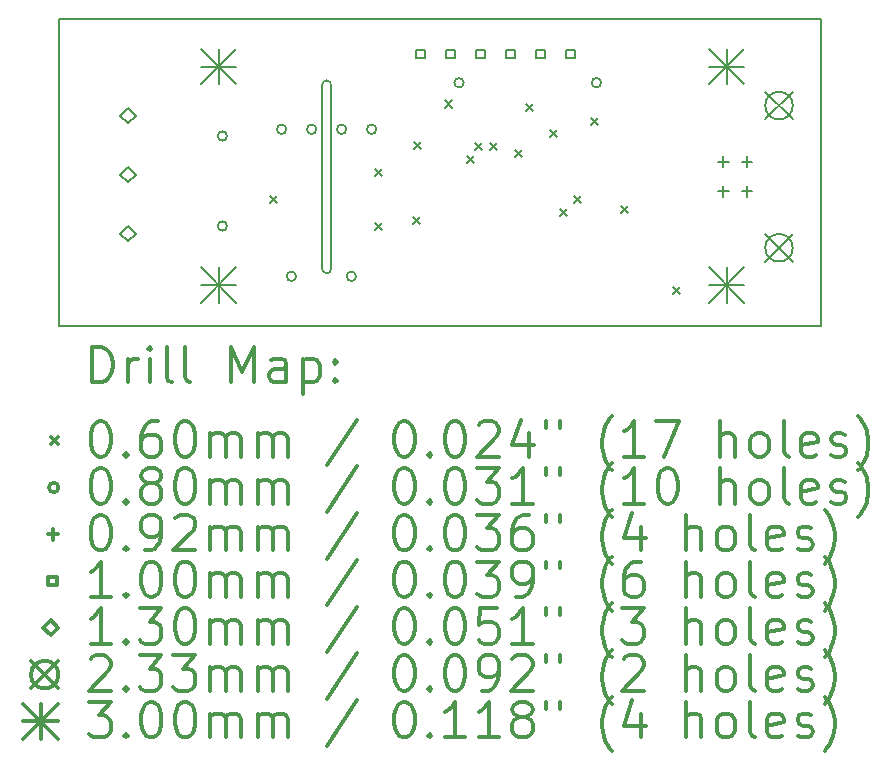
<source format=gbr>
%FSLAX45Y45*%
G04 Gerber Fmt 4.5, Leading zero omitted, Abs format (unit mm)*
G04 Created by KiCad (PCBNEW 5.1.4) date 2020-05-23 13:00:48*
%MOMM*%
%LPD*%
G04 APERTURE LIST*
%ADD10C,0.150000*%
%ADD11C,0.200000*%
%ADD12C,0.300000*%
G04 APERTURE END LIST*
D10*
X6100000Y-7550000D02*
X12550000Y-7550000D01*
X6100000Y-4950000D02*
X6100000Y-7550000D01*
X12550000Y-5000000D02*
X12550000Y-4950000D01*
X6100000Y-4950000D02*
X12550000Y-4950000D01*
X8324850Y-5505450D02*
G75*
G02X8401050Y-5505450I38100J0D01*
G01*
X8401050Y-7061200D02*
G75*
G02X8324850Y-7061200I-38100J0D01*
G01*
X8401050Y-5505450D02*
X8401050Y-7061200D01*
X8324850Y-5505450D02*
X8324850Y-7061200D01*
X12550000Y-7550000D02*
X12550000Y-5000000D01*
D11*
X7882100Y-6447000D02*
X7942100Y-6507000D01*
X7942100Y-6447000D02*
X7882100Y-6507000D01*
X8770000Y-6220000D02*
X8830000Y-6280000D01*
X8830000Y-6220000D02*
X8770000Y-6280000D01*
X8770000Y-6670000D02*
X8830000Y-6730000D01*
X8830000Y-6670000D02*
X8770000Y-6730000D01*
X9093680Y-6624800D02*
X9153680Y-6684800D01*
X9153680Y-6624800D02*
X9093680Y-6684800D01*
X9098760Y-5984720D02*
X9158760Y-6044720D01*
X9158760Y-5984720D02*
X9098760Y-6044720D01*
X9365811Y-5636389D02*
X9425811Y-5696389D01*
X9425811Y-5636389D02*
X9365811Y-5696389D01*
X9550880Y-6106640D02*
X9610880Y-6166640D01*
X9610880Y-6106640D02*
X9550880Y-6166640D01*
X9616920Y-5994880D02*
X9676920Y-6054880D01*
X9676920Y-5994880D02*
X9616920Y-6054880D01*
X9749000Y-5999960D02*
X9809000Y-6059960D01*
X9809000Y-5999960D02*
X9749000Y-6059960D01*
X9957280Y-6055840D02*
X10017280Y-6115840D01*
X10017280Y-6055840D02*
X9957280Y-6115840D01*
X10047864Y-5668904D02*
X10107864Y-5728904D01*
X10107864Y-5668904D02*
X10047864Y-5728904D01*
X10253771Y-5884971D02*
X10313771Y-5944971D01*
X10313771Y-5884971D02*
X10253771Y-5944971D01*
X10338280Y-6553680D02*
X10398280Y-6613680D01*
X10398280Y-6553680D02*
X10338280Y-6613680D01*
X10455120Y-6447000D02*
X10515120Y-6507000D01*
X10515120Y-6447000D02*
X10455120Y-6507000D01*
X10602440Y-5786600D02*
X10662440Y-5846600D01*
X10662440Y-5786600D02*
X10602440Y-5846600D01*
X10856440Y-6528280D02*
X10916440Y-6588280D01*
X10916440Y-6528280D02*
X10856440Y-6588280D01*
X11293320Y-7219160D02*
X11353320Y-7279160D01*
X11353320Y-7219160D02*
X11293320Y-7279160D01*
X9524360Y-5486400D02*
G75*
G03X9524360Y-5486400I-40000J0D01*
G01*
X10687680Y-5486400D02*
G75*
G03X10687680Y-5486400I-40000J0D01*
G01*
X7520300Y-5937250D02*
G75*
G03X7520300Y-5937250I-40000J0D01*
G01*
X7520300Y-6699250D02*
G75*
G03X7520300Y-6699250I-40000J0D01*
G01*
X8021950Y-5880100D02*
G75*
G03X8021950Y-5880100I-40000J0D01*
G01*
X8275950Y-5880100D02*
G75*
G03X8275950Y-5880100I-40000J0D01*
G01*
X8529950Y-5880100D02*
G75*
G03X8529950Y-5880100I-40000J0D01*
G01*
X8783950Y-5880100D02*
G75*
G03X8783950Y-5880100I-40000J0D01*
G01*
X8104500Y-7124700D02*
G75*
G03X8104500Y-7124700I-40000J0D01*
G01*
X8612500Y-7124700D02*
G75*
G03X8612500Y-7124700I-40000J0D01*
G01*
X11722100Y-6111150D02*
X11722100Y-6203150D01*
X11676100Y-6157150D02*
X11768100Y-6157150D01*
X11722100Y-6361150D02*
X11722100Y-6453150D01*
X11676100Y-6407150D02*
X11768100Y-6407150D01*
X11922100Y-6111150D02*
X11922100Y-6203150D01*
X11876100Y-6157150D02*
X11968100Y-6157150D01*
X11922100Y-6361150D02*
X11922100Y-6453150D01*
X11876100Y-6407150D02*
X11968100Y-6407150D01*
X9192056Y-5280456D02*
X9192056Y-5209744D01*
X9121344Y-5209744D01*
X9121344Y-5280456D01*
X9192056Y-5280456D01*
X9446056Y-5280456D02*
X9446056Y-5209744D01*
X9375344Y-5209744D01*
X9375344Y-5280456D01*
X9446056Y-5280456D01*
X9700056Y-5280456D02*
X9700056Y-5209744D01*
X9629344Y-5209744D01*
X9629344Y-5280456D01*
X9700056Y-5280456D01*
X9954056Y-5280456D02*
X9954056Y-5209744D01*
X9883344Y-5209744D01*
X9883344Y-5280456D01*
X9954056Y-5280456D01*
X10208056Y-5280456D02*
X10208056Y-5209744D01*
X10137344Y-5209744D01*
X10137344Y-5280456D01*
X10208056Y-5280456D01*
X10462056Y-5280456D02*
X10462056Y-5209744D01*
X10391344Y-5209744D01*
X10391344Y-5280456D01*
X10462056Y-5280456D01*
X6680200Y-5830800D02*
X6745200Y-5765800D01*
X6680200Y-5700800D01*
X6615200Y-5765800D01*
X6680200Y-5830800D01*
X6680200Y-6330800D02*
X6745200Y-6265800D01*
X6680200Y-6200800D01*
X6615200Y-6265800D01*
X6680200Y-6330800D01*
X6680200Y-6830800D02*
X6745200Y-6765800D01*
X6680200Y-6700800D01*
X6615200Y-6765800D01*
X6680200Y-6830800D01*
X12076600Y-5563650D02*
X12309600Y-5796650D01*
X12309600Y-5563650D02*
X12076600Y-5796650D01*
X12309600Y-5680150D02*
G75*
G03X12309600Y-5680150I-116500J0D01*
G01*
X12076600Y-6767650D02*
X12309600Y-7000650D01*
X12309600Y-6767650D02*
X12076600Y-7000650D01*
X12309600Y-6884150D02*
G75*
G03X12309600Y-6884150I-116500J0D01*
G01*
X7300000Y-5200000D02*
X7600000Y-5500000D01*
X7600000Y-5200000D02*
X7300000Y-5500000D01*
X7450000Y-5200000D02*
X7450000Y-5500000D01*
X7300000Y-5350000D02*
X7600000Y-5350000D01*
X11600000Y-5200000D02*
X11900000Y-5500000D01*
X11900000Y-5200000D02*
X11600000Y-5500000D01*
X11750000Y-5200000D02*
X11750000Y-5500000D01*
X11600000Y-5350000D02*
X11900000Y-5350000D01*
X11600000Y-7050000D02*
X11900000Y-7350000D01*
X11900000Y-7050000D02*
X11600000Y-7350000D01*
X11750000Y-7050000D02*
X11750000Y-7350000D01*
X11600000Y-7200000D02*
X11900000Y-7200000D01*
X7300000Y-7050000D02*
X7600000Y-7350000D01*
X7600000Y-7050000D02*
X7300000Y-7350000D01*
X7450000Y-7050000D02*
X7450000Y-7350000D01*
X7300000Y-7200000D02*
X7600000Y-7200000D01*
D12*
X6378928Y-8023214D02*
X6378928Y-7723214D01*
X6450357Y-7723214D01*
X6493214Y-7737500D01*
X6521786Y-7766071D01*
X6536071Y-7794643D01*
X6550357Y-7851786D01*
X6550357Y-7894643D01*
X6536071Y-7951786D01*
X6521786Y-7980357D01*
X6493214Y-8008929D01*
X6450357Y-8023214D01*
X6378928Y-8023214D01*
X6678928Y-8023214D02*
X6678928Y-7823214D01*
X6678928Y-7880357D02*
X6693214Y-7851786D01*
X6707500Y-7837500D01*
X6736071Y-7823214D01*
X6764643Y-7823214D01*
X6864643Y-8023214D02*
X6864643Y-7823214D01*
X6864643Y-7723214D02*
X6850357Y-7737500D01*
X6864643Y-7751786D01*
X6878928Y-7737500D01*
X6864643Y-7723214D01*
X6864643Y-7751786D01*
X7050357Y-8023214D02*
X7021786Y-8008929D01*
X7007500Y-7980357D01*
X7007500Y-7723214D01*
X7207500Y-8023214D02*
X7178928Y-8008929D01*
X7164643Y-7980357D01*
X7164643Y-7723214D01*
X7550357Y-8023214D02*
X7550357Y-7723214D01*
X7650357Y-7937500D01*
X7750357Y-7723214D01*
X7750357Y-8023214D01*
X8021786Y-8023214D02*
X8021786Y-7866071D01*
X8007500Y-7837500D01*
X7978928Y-7823214D01*
X7921786Y-7823214D01*
X7893214Y-7837500D01*
X8021786Y-8008929D02*
X7993214Y-8023214D01*
X7921786Y-8023214D01*
X7893214Y-8008929D01*
X7878928Y-7980357D01*
X7878928Y-7951786D01*
X7893214Y-7923214D01*
X7921786Y-7908929D01*
X7993214Y-7908929D01*
X8021786Y-7894643D01*
X8164643Y-7823214D02*
X8164643Y-8123214D01*
X8164643Y-7837500D02*
X8193214Y-7823214D01*
X8250357Y-7823214D01*
X8278928Y-7837500D01*
X8293214Y-7851786D01*
X8307500Y-7880357D01*
X8307500Y-7966071D01*
X8293214Y-7994643D01*
X8278928Y-8008929D01*
X8250357Y-8023214D01*
X8193214Y-8023214D01*
X8164643Y-8008929D01*
X8436071Y-7994643D02*
X8450357Y-8008929D01*
X8436071Y-8023214D01*
X8421786Y-8008929D01*
X8436071Y-7994643D01*
X8436071Y-8023214D01*
X8436071Y-7837500D02*
X8450357Y-7851786D01*
X8436071Y-7866071D01*
X8421786Y-7851786D01*
X8436071Y-7837500D01*
X8436071Y-7866071D01*
X6032500Y-8487500D02*
X6092500Y-8547500D01*
X6092500Y-8487500D02*
X6032500Y-8547500D01*
X6436071Y-8353214D02*
X6464643Y-8353214D01*
X6493214Y-8367500D01*
X6507500Y-8381786D01*
X6521786Y-8410357D01*
X6536071Y-8467500D01*
X6536071Y-8538929D01*
X6521786Y-8596072D01*
X6507500Y-8624643D01*
X6493214Y-8638929D01*
X6464643Y-8653214D01*
X6436071Y-8653214D01*
X6407500Y-8638929D01*
X6393214Y-8624643D01*
X6378928Y-8596072D01*
X6364643Y-8538929D01*
X6364643Y-8467500D01*
X6378928Y-8410357D01*
X6393214Y-8381786D01*
X6407500Y-8367500D01*
X6436071Y-8353214D01*
X6664643Y-8624643D02*
X6678928Y-8638929D01*
X6664643Y-8653214D01*
X6650357Y-8638929D01*
X6664643Y-8624643D01*
X6664643Y-8653214D01*
X6936071Y-8353214D02*
X6878928Y-8353214D01*
X6850357Y-8367500D01*
X6836071Y-8381786D01*
X6807500Y-8424643D01*
X6793214Y-8481786D01*
X6793214Y-8596072D01*
X6807500Y-8624643D01*
X6821786Y-8638929D01*
X6850357Y-8653214D01*
X6907500Y-8653214D01*
X6936071Y-8638929D01*
X6950357Y-8624643D01*
X6964643Y-8596072D01*
X6964643Y-8524643D01*
X6950357Y-8496072D01*
X6936071Y-8481786D01*
X6907500Y-8467500D01*
X6850357Y-8467500D01*
X6821786Y-8481786D01*
X6807500Y-8496072D01*
X6793214Y-8524643D01*
X7150357Y-8353214D02*
X7178928Y-8353214D01*
X7207500Y-8367500D01*
X7221786Y-8381786D01*
X7236071Y-8410357D01*
X7250357Y-8467500D01*
X7250357Y-8538929D01*
X7236071Y-8596072D01*
X7221786Y-8624643D01*
X7207500Y-8638929D01*
X7178928Y-8653214D01*
X7150357Y-8653214D01*
X7121786Y-8638929D01*
X7107500Y-8624643D01*
X7093214Y-8596072D01*
X7078928Y-8538929D01*
X7078928Y-8467500D01*
X7093214Y-8410357D01*
X7107500Y-8381786D01*
X7121786Y-8367500D01*
X7150357Y-8353214D01*
X7378928Y-8653214D02*
X7378928Y-8453214D01*
X7378928Y-8481786D02*
X7393214Y-8467500D01*
X7421786Y-8453214D01*
X7464643Y-8453214D01*
X7493214Y-8467500D01*
X7507500Y-8496072D01*
X7507500Y-8653214D01*
X7507500Y-8496072D02*
X7521786Y-8467500D01*
X7550357Y-8453214D01*
X7593214Y-8453214D01*
X7621786Y-8467500D01*
X7636071Y-8496072D01*
X7636071Y-8653214D01*
X7778928Y-8653214D02*
X7778928Y-8453214D01*
X7778928Y-8481786D02*
X7793214Y-8467500D01*
X7821786Y-8453214D01*
X7864643Y-8453214D01*
X7893214Y-8467500D01*
X7907500Y-8496072D01*
X7907500Y-8653214D01*
X7907500Y-8496072D02*
X7921786Y-8467500D01*
X7950357Y-8453214D01*
X7993214Y-8453214D01*
X8021786Y-8467500D01*
X8036071Y-8496072D01*
X8036071Y-8653214D01*
X8621786Y-8338929D02*
X8364643Y-8724643D01*
X9007500Y-8353214D02*
X9036071Y-8353214D01*
X9064643Y-8367500D01*
X9078928Y-8381786D01*
X9093214Y-8410357D01*
X9107500Y-8467500D01*
X9107500Y-8538929D01*
X9093214Y-8596072D01*
X9078928Y-8624643D01*
X9064643Y-8638929D01*
X9036071Y-8653214D01*
X9007500Y-8653214D01*
X8978928Y-8638929D01*
X8964643Y-8624643D01*
X8950357Y-8596072D01*
X8936071Y-8538929D01*
X8936071Y-8467500D01*
X8950357Y-8410357D01*
X8964643Y-8381786D01*
X8978928Y-8367500D01*
X9007500Y-8353214D01*
X9236071Y-8624643D02*
X9250357Y-8638929D01*
X9236071Y-8653214D01*
X9221786Y-8638929D01*
X9236071Y-8624643D01*
X9236071Y-8653214D01*
X9436071Y-8353214D02*
X9464643Y-8353214D01*
X9493214Y-8367500D01*
X9507500Y-8381786D01*
X9521786Y-8410357D01*
X9536071Y-8467500D01*
X9536071Y-8538929D01*
X9521786Y-8596072D01*
X9507500Y-8624643D01*
X9493214Y-8638929D01*
X9464643Y-8653214D01*
X9436071Y-8653214D01*
X9407500Y-8638929D01*
X9393214Y-8624643D01*
X9378928Y-8596072D01*
X9364643Y-8538929D01*
X9364643Y-8467500D01*
X9378928Y-8410357D01*
X9393214Y-8381786D01*
X9407500Y-8367500D01*
X9436071Y-8353214D01*
X9650357Y-8381786D02*
X9664643Y-8367500D01*
X9693214Y-8353214D01*
X9764643Y-8353214D01*
X9793214Y-8367500D01*
X9807500Y-8381786D01*
X9821786Y-8410357D01*
X9821786Y-8438929D01*
X9807500Y-8481786D01*
X9636071Y-8653214D01*
X9821786Y-8653214D01*
X10078928Y-8453214D02*
X10078928Y-8653214D01*
X10007500Y-8338929D02*
X9936071Y-8553214D01*
X10121786Y-8553214D01*
X10221786Y-8353214D02*
X10221786Y-8410357D01*
X10336071Y-8353214D02*
X10336071Y-8410357D01*
X10778928Y-8767500D02*
X10764643Y-8753214D01*
X10736071Y-8710357D01*
X10721786Y-8681786D01*
X10707500Y-8638929D01*
X10693214Y-8567500D01*
X10693214Y-8510357D01*
X10707500Y-8438929D01*
X10721786Y-8396072D01*
X10736071Y-8367500D01*
X10764643Y-8324643D01*
X10778928Y-8310357D01*
X11050357Y-8653214D02*
X10878928Y-8653214D01*
X10964643Y-8653214D02*
X10964643Y-8353214D01*
X10936071Y-8396072D01*
X10907500Y-8424643D01*
X10878928Y-8438929D01*
X11150357Y-8353214D02*
X11350357Y-8353214D01*
X11221786Y-8653214D01*
X11693214Y-8653214D02*
X11693214Y-8353214D01*
X11821786Y-8653214D02*
X11821786Y-8496072D01*
X11807500Y-8467500D01*
X11778928Y-8453214D01*
X11736071Y-8453214D01*
X11707500Y-8467500D01*
X11693214Y-8481786D01*
X12007500Y-8653214D02*
X11978928Y-8638929D01*
X11964643Y-8624643D01*
X11950357Y-8596072D01*
X11950357Y-8510357D01*
X11964643Y-8481786D01*
X11978928Y-8467500D01*
X12007500Y-8453214D01*
X12050357Y-8453214D01*
X12078928Y-8467500D01*
X12093214Y-8481786D01*
X12107500Y-8510357D01*
X12107500Y-8596072D01*
X12093214Y-8624643D01*
X12078928Y-8638929D01*
X12050357Y-8653214D01*
X12007500Y-8653214D01*
X12278928Y-8653214D02*
X12250357Y-8638929D01*
X12236071Y-8610357D01*
X12236071Y-8353214D01*
X12507500Y-8638929D02*
X12478928Y-8653214D01*
X12421786Y-8653214D01*
X12393214Y-8638929D01*
X12378928Y-8610357D01*
X12378928Y-8496072D01*
X12393214Y-8467500D01*
X12421786Y-8453214D01*
X12478928Y-8453214D01*
X12507500Y-8467500D01*
X12521786Y-8496072D01*
X12521786Y-8524643D01*
X12378928Y-8553214D01*
X12636071Y-8638929D02*
X12664643Y-8653214D01*
X12721786Y-8653214D01*
X12750357Y-8638929D01*
X12764643Y-8610357D01*
X12764643Y-8596072D01*
X12750357Y-8567500D01*
X12721786Y-8553214D01*
X12678928Y-8553214D01*
X12650357Y-8538929D01*
X12636071Y-8510357D01*
X12636071Y-8496072D01*
X12650357Y-8467500D01*
X12678928Y-8453214D01*
X12721786Y-8453214D01*
X12750357Y-8467500D01*
X12864643Y-8767500D02*
X12878928Y-8753214D01*
X12907500Y-8710357D01*
X12921786Y-8681786D01*
X12936071Y-8638929D01*
X12950357Y-8567500D01*
X12950357Y-8510357D01*
X12936071Y-8438929D01*
X12921786Y-8396072D01*
X12907500Y-8367500D01*
X12878928Y-8324643D01*
X12864643Y-8310357D01*
X6092500Y-8913500D02*
G75*
G03X6092500Y-8913500I-40000J0D01*
G01*
X6436071Y-8749214D02*
X6464643Y-8749214D01*
X6493214Y-8763500D01*
X6507500Y-8777786D01*
X6521786Y-8806357D01*
X6536071Y-8863500D01*
X6536071Y-8934929D01*
X6521786Y-8992072D01*
X6507500Y-9020643D01*
X6493214Y-9034929D01*
X6464643Y-9049214D01*
X6436071Y-9049214D01*
X6407500Y-9034929D01*
X6393214Y-9020643D01*
X6378928Y-8992072D01*
X6364643Y-8934929D01*
X6364643Y-8863500D01*
X6378928Y-8806357D01*
X6393214Y-8777786D01*
X6407500Y-8763500D01*
X6436071Y-8749214D01*
X6664643Y-9020643D02*
X6678928Y-9034929D01*
X6664643Y-9049214D01*
X6650357Y-9034929D01*
X6664643Y-9020643D01*
X6664643Y-9049214D01*
X6850357Y-8877786D02*
X6821786Y-8863500D01*
X6807500Y-8849214D01*
X6793214Y-8820643D01*
X6793214Y-8806357D01*
X6807500Y-8777786D01*
X6821786Y-8763500D01*
X6850357Y-8749214D01*
X6907500Y-8749214D01*
X6936071Y-8763500D01*
X6950357Y-8777786D01*
X6964643Y-8806357D01*
X6964643Y-8820643D01*
X6950357Y-8849214D01*
X6936071Y-8863500D01*
X6907500Y-8877786D01*
X6850357Y-8877786D01*
X6821786Y-8892072D01*
X6807500Y-8906357D01*
X6793214Y-8934929D01*
X6793214Y-8992072D01*
X6807500Y-9020643D01*
X6821786Y-9034929D01*
X6850357Y-9049214D01*
X6907500Y-9049214D01*
X6936071Y-9034929D01*
X6950357Y-9020643D01*
X6964643Y-8992072D01*
X6964643Y-8934929D01*
X6950357Y-8906357D01*
X6936071Y-8892072D01*
X6907500Y-8877786D01*
X7150357Y-8749214D02*
X7178928Y-8749214D01*
X7207500Y-8763500D01*
X7221786Y-8777786D01*
X7236071Y-8806357D01*
X7250357Y-8863500D01*
X7250357Y-8934929D01*
X7236071Y-8992072D01*
X7221786Y-9020643D01*
X7207500Y-9034929D01*
X7178928Y-9049214D01*
X7150357Y-9049214D01*
X7121786Y-9034929D01*
X7107500Y-9020643D01*
X7093214Y-8992072D01*
X7078928Y-8934929D01*
X7078928Y-8863500D01*
X7093214Y-8806357D01*
X7107500Y-8777786D01*
X7121786Y-8763500D01*
X7150357Y-8749214D01*
X7378928Y-9049214D02*
X7378928Y-8849214D01*
X7378928Y-8877786D02*
X7393214Y-8863500D01*
X7421786Y-8849214D01*
X7464643Y-8849214D01*
X7493214Y-8863500D01*
X7507500Y-8892072D01*
X7507500Y-9049214D01*
X7507500Y-8892072D02*
X7521786Y-8863500D01*
X7550357Y-8849214D01*
X7593214Y-8849214D01*
X7621786Y-8863500D01*
X7636071Y-8892072D01*
X7636071Y-9049214D01*
X7778928Y-9049214D02*
X7778928Y-8849214D01*
X7778928Y-8877786D02*
X7793214Y-8863500D01*
X7821786Y-8849214D01*
X7864643Y-8849214D01*
X7893214Y-8863500D01*
X7907500Y-8892072D01*
X7907500Y-9049214D01*
X7907500Y-8892072D02*
X7921786Y-8863500D01*
X7950357Y-8849214D01*
X7993214Y-8849214D01*
X8021786Y-8863500D01*
X8036071Y-8892072D01*
X8036071Y-9049214D01*
X8621786Y-8734929D02*
X8364643Y-9120643D01*
X9007500Y-8749214D02*
X9036071Y-8749214D01*
X9064643Y-8763500D01*
X9078928Y-8777786D01*
X9093214Y-8806357D01*
X9107500Y-8863500D01*
X9107500Y-8934929D01*
X9093214Y-8992072D01*
X9078928Y-9020643D01*
X9064643Y-9034929D01*
X9036071Y-9049214D01*
X9007500Y-9049214D01*
X8978928Y-9034929D01*
X8964643Y-9020643D01*
X8950357Y-8992072D01*
X8936071Y-8934929D01*
X8936071Y-8863500D01*
X8950357Y-8806357D01*
X8964643Y-8777786D01*
X8978928Y-8763500D01*
X9007500Y-8749214D01*
X9236071Y-9020643D02*
X9250357Y-9034929D01*
X9236071Y-9049214D01*
X9221786Y-9034929D01*
X9236071Y-9020643D01*
X9236071Y-9049214D01*
X9436071Y-8749214D02*
X9464643Y-8749214D01*
X9493214Y-8763500D01*
X9507500Y-8777786D01*
X9521786Y-8806357D01*
X9536071Y-8863500D01*
X9536071Y-8934929D01*
X9521786Y-8992072D01*
X9507500Y-9020643D01*
X9493214Y-9034929D01*
X9464643Y-9049214D01*
X9436071Y-9049214D01*
X9407500Y-9034929D01*
X9393214Y-9020643D01*
X9378928Y-8992072D01*
X9364643Y-8934929D01*
X9364643Y-8863500D01*
X9378928Y-8806357D01*
X9393214Y-8777786D01*
X9407500Y-8763500D01*
X9436071Y-8749214D01*
X9636071Y-8749214D02*
X9821786Y-8749214D01*
X9721786Y-8863500D01*
X9764643Y-8863500D01*
X9793214Y-8877786D01*
X9807500Y-8892072D01*
X9821786Y-8920643D01*
X9821786Y-8992072D01*
X9807500Y-9020643D01*
X9793214Y-9034929D01*
X9764643Y-9049214D01*
X9678928Y-9049214D01*
X9650357Y-9034929D01*
X9636071Y-9020643D01*
X10107500Y-9049214D02*
X9936071Y-9049214D01*
X10021786Y-9049214D02*
X10021786Y-8749214D01*
X9993214Y-8792072D01*
X9964643Y-8820643D01*
X9936071Y-8834929D01*
X10221786Y-8749214D02*
X10221786Y-8806357D01*
X10336071Y-8749214D02*
X10336071Y-8806357D01*
X10778928Y-9163500D02*
X10764643Y-9149214D01*
X10736071Y-9106357D01*
X10721786Y-9077786D01*
X10707500Y-9034929D01*
X10693214Y-8963500D01*
X10693214Y-8906357D01*
X10707500Y-8834929D01*
X10721786Y-8792072D01*
X10736071Y-8763500D01*
X10764643Y-8720643D01*
X10778928Y-8706357D01*
X11050357Y-9049214D02*
X10878928Y-9049214D01*
X10964643Y-9049214D02*
X10964643Y-8749214D01*
X10936071Y-8792072D01*
X10907500Y-8820643D01*
X10878928Y-8834929D01*
X11236071Y-8749214D02*
X11264643Y-8749214D01*
X11293214Y-8763500D01*
X11307500Y-8777786D01*
X11321786Y-8806357D01*
X11336071Y-8863500D01*
X11336071Y-8934929D01*
X11321786Y-8992072D01*
X11307500Y-9020643D01*
X11293214Y-9034929D01*
X11264643Y-9049214D01*
X11236071Y-9049214D01*
X11207500Y-9034929D01*
X11193214Y-9020643D01*
X11178928Y-8992072D01*
X11164643Y-8934929D01*
X11164643Y-8863500D01*
X11178928Y-8806357D01*
X11193214Y-8777786D01*
X11207500Y-8763500D01*
X11236071Y-8749214D01*
X11693214Y-9049214D02*
X11693214Y-8749214D01*
X11821786Y-9049214D02*
X11821786Y-8892072D01*
X11807500Y-8863500D01*
X11778928Y-8849214D01*
X11736071Y-8849214D01*
X11707500Y-8863500D01*
X11693214Y-8877786D01*
X12007500Y-9049214D02*
X11978928Y-9034929D01*
X11964643Y-9020643D01*
X11950357Y-8992072D01*
X11950357Y-8906357D01*
X11964643Y-8877786D01*
X11978928Y-8863500D01*
X12007500Y-8849214D01*
X12050357Y-8849214D01*
X12078928Y-8863500D01*
X12093214Y-8877786D01*
X12107500Y-8906357D01*
X12107500Y-8992072D01*
X12093214Y-9020643D01*
X12078928Y-9034929D01*
X12050357Y-9049214D01*
X12007500Y-9049214D01*
X12278928Y-9049214D02*
X12250357Y-9034929D01*
X12236071Y-9006357D01*
X12236071Y-8749214D01*
X12507500Y-9034929D02*
X12478928Y-9049214D01*
X12421786Y-9049214D01*
X12393214Y-9034929D01*
X12378928Y-9006357D01*
X12378928Y-8892072D01*
X12393214Y-8863500D01*
X12421786Y-8849214D01*
X12478928Y-8849214D01*
X12507500Y-8863500D01*
X12521786Y-8892072D01*
X12521786Y-8920643D01*
X12378928Y-8949214D01*
X12636071Y-9034929D02*
X12664643Y-9049214D01*
X12721786Y-9049214D01*
X12750357Y-9034929D01*
X12764643Y-9006357D01*
X12764643Y-8992072D01*
X12750357Y-8963500D01*
X12721786Y-8949214D01*
X12678928Y-8949214D01*
X12650357Y-8934929D01*
X12636071Y-8906357D01*
X12636071Y-8892072D01*
X12650357Y-8863500D01*
X12678928Y-8849214D01*
X12721786Y-8849214D01*
X12750357Y-8863500D01*
X12864643Y-9163500D02*
X12878928Y-9149214D01*
X12907500Y-9106357D01*
X12921786Y-9077786D01*
X12936071Y-9034929D01*
X12950357Y-8963500D01*
X12950357Y-8906357D01*
X12936071Y-8834929D01*
X12921786Y-8792072D01*
X12907500Y-8763500D01*
X12878928Y-8720643D01*
X12864643Y-8706357D01*
X6046500Y-9263500D02*
X6046500Y-9355500D01*
X6000500Y-9309500D02*
X6092500Y-9309500D01*
X6436071Y-9145214D02*
X6464643Y-9145214D01*
X6493214Y-9159500D01*
X6507500Y-9173786D01*
X6521786Y-9202357D01*
X6536071Y-9259500D01*
X6536071Y-9330929D01*
X6521786Y-9388072D01*
X6507500Y-9416643D01*
X6493214Y-9430929D01*
X6464643Y-9445214D01*
X6436071Y-9445214D01*
X6407500Y-9430929D01*
X6393214Y-9416643D01*
X6378928Y-9388072D01*
X6364643Y-9330929D01*
X6364643Y-9259500D01*
X6378928Y-9202357D01*
X6393214Y-9173786D01*
X6407500Y-9159500D01*
X6436071Y-9145214D01*
X6664643Y-9416643D02*
X6678928Y-9430929D01*
X6664643Y-9445214D01*
X6650357Y-9430929D01*
X6664643Y-9416643D01*
X6664643Y-9445214D01*
X6821786Y-9445214D02*
X6878928Y-9445214D01*
X6907500Y-9430929D01*
X6921786Y-9416643D01*
X6950357Y-9373786D01*
X6964643Y-9316643D01*
X6964643Y-9202357D01*
X6950357Y-9173786D01*
X6936071Y-9159500D01*
X6907500Y-9145214D01*
X6850357Y-9145214D01*
X6821786Y-9159500D01*
X6807500Y-9173786D01*
X6793214Y-9202357D01*
X6793214Y-9273786D01*
X6807500Y-9302357D01*
X6821786Y-9316643D01*
X6850357Y-9330929D01*
X6907500Y-9330929D01*
X6936071Y-9316643D01*
X6950357Y-9302357D01*
X6964643Y-9273786D01*
X7078928Y-9173786D02*
X7093214Y-9159500D01*
X7121786Y-9145214D01*
X7193214Y-9145214D01*
X7221786Y-9159500D01*
X7236071Y-9173786D01*
X7250357Y-9202357D01*
X7250357Y-9230929D01*
X7236071Y-9273786D01*
X7064643Y-9445214D01*
X7250357Y-9445214D01*
X7378928Y-9445214D02*
X7378928Y-9245214D01*
X7378928Y-9273786D02*
X7393214Y-9259500D01*
X7421786Y-9245214D01*
X7464643Y-9245214D01*
X7493214Y-9259500D01*
X7507500Y-9288072D01*
X7507500Y-9445214D01*
X7507500Y-9288072D02*
X7521786Y-9259500D01*
X7550357Y-9245214D01*
X7593214Y-9245214D01*
X7621786Y-9259500D01*
X7636071Y-9288072D01*
X7636071Y-9445214D01*
X7778928Y-9445214D02*
X7778928Y-9245214D01*
X7778928Y-9273786D02*
X7793214Y-9259500D01*
X7821786Y-9245214D01*
X7864643Y-9245214D01*
X7893214Y-9259500D01*
X7907500Y-9288072D01*
X7907500Y-9445214D01*
X7907500Y-9288072D02*
X7921786Y-9259500D01*
X7950357Y-9245214D01*
X7993214Y-9245214D01*
X8021786Y-9259500D01*
X8036071Y-9288072D01*
X8036071Y-9445214D01*
X8621786Y-9130929D02*
X8364643Y-9516643D01*
X9007500Y-9145214D02*
X9036071Y-9145214D01*
X9064643Y-9159500D01*
X9078928Y-9173786D01*
X9093214Y-9202357D01*
X9107500Y-9259500D01*
X9107500Y-9330929D01*
X9093214Y-9388072D01*
X9078928Y-9416643D01*
X9064643Y-9430929D01*
X9036071Y-9445214D01*
X9007500Y-9445214D01*
X8978928Y-9430929D01*
X8964643Y-9416643D01*
X8950357Y-9388072D01*
X8936071Y-9330929D01*
X8936071Y-9259500D01*
X8950357Y-9202357D01*
X8964643Y-9173786D01*
X8978928Y-9159500D01*
X9007500Y-9145214D01*
X9236071Y-9416643D02*
X9250357Y-9430929D01*
X9236071Y-9445214D01*
X9221786Y-9430929D01*
X9236071Y-9416643D01*
X9236071Y-9445214D01*
X9436071Y-9145214D02*
X9464643Y-9145214D01*
X9493214Y-9159500D01*
X9507500Y-9173786D01*
X9521786Y-9202357D01*
X9536071Y-9259500D01*
X9536071Y-9330929D01*
X9521786Y-9388072D01*
X9507500Y-9416643D01*
X9493214Y-9430929D01*
X9464643Y-9445214D01*
X9436071Y-9445214D01*
X9407500Y-9430929D01*
X9393214Y-9416643D01*
X9378928Y-9388072D01*
X9364643Y-9330929D01*
X9364643Y-9259500D01*
X9378928Y-9202357D01*
X9393214Y-9173786D01*
X9407500Y-9159500D01*
X9436071Y-9145214D01*
X9636071Y-9145214D02*
X9821786Y-9145214D01*
X9721786Y-9259500D01*
X9764643Y-9259500D01*
X9793214Y-9273786D01*
X9807500Y-9288072D01*
X9821786Y-9316643D01*
X9821786Y-9388072D01*
X9807500Y-9416643D01*
X9793214Y-9430929D01*
X9764643Y-9445214D01*
X9678928Y-9445214D01*
X9650357Y-9430929D01*
X9636071Y-9416643D01*
X10078928Y-9145214D02*
X10021786Y-9145214D01*
X9993214Y-9159500D01*
X9978928Y-9173786D01*
X9950357Y-9216643D01*
X9936071Y-9273786D01*
X9936071Y-9388072D01*
X9950357Y-9416643D01*
X9964643Y-9430929D01*
X9993214Y-9445214D01*
X10050357Y-9445214D01*
X10078928Y-9430929D01*
X10093214Y-9416643D01*
X10107500Y-9388072D01*
X10107500Y-9316643D01*
X10093214Y-9288072D01*
X10078928Y-9273786D01*
X10050357Y-9259500D01*
X9993214Y-9259500D01*
X9964643Y-9273786D01*
X9950357Y-9288072D01*
X9936071Y-9316643D01*
X10221786Y-9145214D02*
X10221786Y-9202357D01*
X10336071Y-9145214D02*
X10336071Y-9202357D01*
X10778928Y-9559500D02*
X10764643Y-9545214D01*
X10736071Y-9502357D01*
X10721786Y-9473786D01*
X10707500Y-9430929D01*
X10693214Y-9359500D01*
X10693214Y-9302357D01*
X10707500Y-9230929D01*
X10721786Y-9188072D01*
X10736071Y-9159500D01*
X10764643Y-9116643D01*
X10778928Y-9102357D01*
X11021786Y-9245214D02*
X11021786Y-9445214D01*
X10950357Y-9130929D02*
X10878928Y-9345214D01*
X11064643Y-9345214D01*
X11407500Y-9445214D02*
X11407500Y-9145214D01*
X11536071Y-9445214D02*
X11536071Y-9288072D01*
X11521786Y-9259500D01*
X11493214Y-9245214D01*
X11450357Y-9245214D01*
X11421786Y-9259500D01*
X11407500Y-9273786D01*
X11721786Y-9445214D02*
X11693214Y-9430929D01*
X11678928Y-9416643D01*
X11664643Y-9388072D01*
X11664643Y-9302357D01*
X11678928Y-9273786D01*
X11693214Y-9259500D01*
X11721786Y-9245214D01*
X11764643Y-9245214D01*
X11793214Y-9259500D01*
X11807500Y-9273786D01*
X11821786Y-9302357D01*
X11821786Y-9388072D01*
X11807500Y-9416643D01*
X11793214Y-9430929D01*
X11764643Y-9445214D01*
X11721786Y-9445214D01*
X11993214Y-9445214D02*
X11964643Y-9430929D01*
X11950357Y-9402357D01*
X11950357Y-9145214D01*
X12221786Y-9430929D02*
X12193214Y-9445214D01*
X12136071Y-9445214D01*
X12107500Y-9430929D01*
X12093214Y-9402357D01*
X12093214Y-9288072D01*
X12107500Y-9259500D01*
X12136071Y-9245214D01*
X12193214Y-9245214D01*
X12221786Y-9259500D01*
X12236071Y-9288072D01*
X12236071Y-9316643D01*
X12093214Y-9345214D01*
X12350357Y-9430929D02*
X12378928Y-9445214D01*
X12436071Y-9445214D01*
X12464643Y-9430929D01*
X12478928Y-9402357D01*
X12478928Y-9388072D01*
X12464643Y-9359500D01*
X12436071Y-9345214D01*
X12393214Y-9345214D01*
X12364643Y-9330929D01*
X12350357Y-9302357D01*
X12350357Y-9288072D01*
X12364643Y-9259500D01*
X12393214Y-9245214D01*
X12436071Y-9245214D01*
X12464643Y-9259500D01*
X12578928Y-9559500D02*
X12593214Y-9545214D01*
X12621786Y-9502357D01*
X12636071Y-9473786D01*
X12650357Y-9430929D01*
X12664643Y-9359500D01*
X12664643Y-9302357D01*
X12650357Y-9230929D01*
X12636071Y-9188072D01*
X12621786Y-9159500D01*
X12593214Y-9116643D01*
X12578928Y-9102357D01*
X6077856Y-9740856D02*
X6077856Y-9670144D01*
X6007144Y-9670144D01*
X6007144Y-9740856D01*
X6077856Y-9740856D01*
X6536071Y-9841214D02*
X6364643Y-9841214D01*
X6450357Y-9841214D02*
X6450357Y-9541214D01*
X6421786Y-9584072D01*
X6393214Y-9612643D01*
X6364643Y-9626929D01*
X6664643Y-9812643D02*
X6678928Y-9826929D01*
X6664643Y-9841214D01*
X6650357Y-9826929D01*
X6664643Y-9812643D01*
X6664643Y-9841214D01*
X6864643Y-9541214D02*
X6893214Y-9541214D01*
X6921786Y-9555500D01*
X6936071Y-9569786D01*
X6950357Y-9598357D01*
X6964643Y-9655500D01*
X6964643Y-9726929D01*
X6950357Y-9784072D01*
X6936071Y-9812643D01*
X6921786Y-9826929D01*
X6893214Y-9841214D01*
X6864643Y-9841214D01*
X6836071Y-9826929D01*
X6821786Y-9812643D01*
X6807500Y-9784072D01*
X6793214Y-9726929D01*
X6793214Y-9655500D01*
X6807500Y-9598357D01*
X6821786Y-9569786D01*
X6836071Y-9555500D01*
X6864643Y-9541214D01*
X7150357Y-9541214D02*
X7178928Y-9541214D01*
X7207500Y-9555500D01*
X7221786Y-9569786D01*
X7236071Y-9598357D01*
X7250357Y-9655500D01*
X7250357Y-9726929D01*
X7236071Y-9784072D01*
X7221786Y-9812643D01*
X7207500Y-9826929D01*
X7178928Y-9841214D01*
X7150357Y-9841214D01*
X7121786Y-9826929D01*
X7107500Y-9812643D01*
X7093214Y-9784072D01*
X7078928Y-9726929D01*
X7078928Y-9655500D01*
X7093214Y-9598357D01*
X7107500Y-9569786D01*
X7121786Y-9555500D01*
X7150357Y-9541214D01*
X7378928Y-9841214D02*
X7378928Y-9641214D01*
X7378928Y-9669786D02*
X7393214Y-9655500D01*
X7421786Y-9641214D01*
X7464643Y-9641214D01*
X7493214Y-9655500D01*
X7507500Y-9684072D01*
X7507500Y-9841214D01*
X7507500Y-9684072D02*
X7521786Y-9655500D01*
X7550357Y-9641214D01*
X7593214Y-9641214D01*
X7621786Y-9655500D01*
X7636071Y-9684072D01*
X7636071Y-9841214D01*
X7778928Y-9841214D02*
X7778928Y-9641214D01*
X7778928Y-9669786D02*
X7793214Y-9655500D01*
X7821786Y-9641214D01*
X7864643Y-9641214D01*
X7893214Y-9655500D01*
X7907500Y-9684072D01*
X7907500Y-9841214D01*
X7907500Y-9684072D02*
X7921786Y-9655500D01*
X7950357Y-9641214D01*
X7993214Y-9641214D01*
X8021786Y-9655500D01*
X8036071Y-9684072D01*
X8036071Y-9841214D01*
X8621786Y-9526929D02*
X8364643Y-9912643D01*
X9007500Y-9541214D02*
X9036071Y-9541214D01*
X9064643Y-9555500D01*
X9078928Y-9569786D01*
X9093214Y-9598357D01*
X9107500Y-9655500D01*
X9107500Y-9726929D01*
X9093214Y-9784072D01*
X9078928Y-9812643D01*
X9064643Y-9826929D01*
X9036071Y-9841214D01*
X9007500Y-9841214D01*
X8978928Y-9826929D01*
X8964643Y-9812643D01*
X8950357Y-9784072D01*
X8936071Y-9726929D01*
X8936071Y-9655500D01*
X8950357Y-9598357D01*
X8964643Y-9569786D01*
X8978928Y-9555500D01*
X9007500Y-9541214D01*
X9236071Y-9812643D02*
X9250357Y-9826929D01*
X9236071Y-9841214D01*
X9221786Y-9826929D01*
X9236071Y-9812643D01*
X9236071Y-9841214D01*
X9436071Y-9541214D02*
X9464643Y-9541214D01*
X9493214Y-9555500D01*
X9507500Y-9569786D01*
X9521786Y-9598357D01*
X9536071Y-9655500D01*
X9536071Y-9726929D01*
X9521786Y-9784072D01*
X9507500Y-9812643D01*
X9493214Y-9826929D01*
X9464643Y-9841214D01*
X9436071Y-9841214D01*
X9407500Y-9826929D01*
X9393214Y-9812643D01*
X9378928Y-9784072D01*
X9364643Y-9726929D01*
X9364643Y-9655500D01*
X9378928Y-9598357D01*
X9393214Y-9569786D01*
X9407500Y-9555500D01*
X9436071Y-9541214D01*
X9636071Y-9541214D02*
X9821786Y-9541214D01*
X9721786Y-9655500D01*
X9764643Y-9655500D01*
X9793214Y-9669786D01*
X9807500Y-9684072D01*
X9821786Y-9712643D01*
X9821786Y-9784072D01*
X9807500Y-9812643D01*
X9793214Y-9826929D01*
X9764643Y-9841214D01*
X9678928Y-9841214D01*
X9650357Y-9826929D01*
X9636071Y-9812643D01*
X9964643Y-9841214D02*
X10021786Y-9841214D01*
X10050357Y-9826929D01*
X10064643Y-9812643D01*
X10093214Y-9769786D01*
X10107500Y-9712643D01*
X10107500Y-9598357D01*
X10093214Y-9569786D01*
X10078928Y-9555500D01*
X10050357Y-9541214D01*
X9993214Y-9541214D01*
X9964643Y-9555500D01*
X9950357Y-9569786D01*
X9936071Y-9598357D01*
X9936071Y-9669786D01*
X9950357Y-9698357D01*
X9964643Y-9712643D01*
X9993214Y-9726929D01*
X10050357Y-9726929D01*
X10078928Y-9712643D01*
X10093214Y-9698357D01*
X10107500Y-9669786D01*
X10221786Y-9541214D02*
X10221786Y-9598357D01*
X10336071Y-9541214D02*
X10336071Y-9598357D01*
X10778928Y-9955500D02*
X10764643Y-9941214D01*
X10736071Y-9898357D01*
X10721786Y-9869786D01*
X10707500Y-9826929D01*
X10693214Y-9755500D01*
X10693214Y-9698357D01*
X10707500Y-9626929D01*
X10721786Y-9584072D01*
X10736071Y-9555500D01*
X10764643Y-9512643D01*
X10778928Y-9498357D01*
X11021786Y-9541214D02*
X10964643Y-9541214D01*
X10936071Y-9555500D01*
X10921786Y-9569786D01*
X10893214Y-9612643D01*
X10878928Y-9669786D01*
X10878928Y-9784072D01*
X10893214Y-9812643D01*
X10907500Y-9826929D01*
X10936071Y-9841214D01*
X10993214Y-9841214D01*
X11021786Y-9826929D01*
X11036071Y-9812643D01*
X11050357Y-9784072D01*
X11050357Y-9712643D01*
X11036071Y-9684072D01*
X11021786Y-9669786D01*
X10993214Y-9655500D01*
X10936071Y-9655500D01*
X10907500Y-9669786D01*
X10893214Y-9684072D01*
X10878928Y-9712643D01*
X11407500Y-9841214D02*
X11407500Y-9541214D01*
X11536071Y-9841214D02*
X11536071Y-9684072D01*
X11521786Y-9655500D01*
X11493214Y-9641214D01*
X11450357Y-9641214D01*
X11421786Y-9655500D01*
X11407500Y-9669786D01*
X11721786Y-9841214D02*
X11693214Y-9826929D01*
X11678928Y-9812643D01*
X11664643Y-9784072D01*
X11664643Y-9698357D01*
X11678928Y-9669786D01*
X11693214Y-9655500D01*
X11721786Y-9641214D01*
X11764643Y-9641214D01*
X11793214Y-9655500D01*
X11807500Y-9669786D01*
X11821786Y-9698357D01*
X11821786Y-9784072D01*
X11807500Y-9812643D01*
X11793214Y-9826929D01*
X11764643Y-9841214D01*
X11721786Y-9841214D01*
X11993214Y-9841214D02*
X11964643Y-9826929D01*
X11950357Y-9798357D01*
X11950357Y-9541214D01*
X12221786Y-9826929D02*
X12193214Y-9841214D01*
X12136071Y-9841214D01*
X12107500Y-9826929D01*
X12093214Y-9798357D01*
X12093214Y-9684072D01*
X12107500Y-9655500D01*
X12136071Y-9641214D01*
X12193214Y-9641214D01*
X12221786Y-9655500D01*
X12236071Y-9684072D01*
X12236071Y-9712643D01*
X12093214Y-9741214D01*
X12350357Y-9826929D02*
X12378928Y-9841214D01*
X12436071Y-9841214D01*
X12464643Y-9826929D01*
X12478928Y-9798357D01*
X12478928Y-9784072D01*
X12464643Y-9755500D01*
X12436071Y-9741214D01*
X12393214Y-9741214D01*
X12364643Y-9726929D01*
X12350357Y-9698357D01*
X12350357Y-9684072D01*
X12364643Y-9655500D01*
X12393214Y-9641214D01*
X12436071Y-9641214D01*
X12464643Y-9655500D01*
X12578928Y-9955500D02*
X12593214Y-9941214D01*
X12621786Y-9898357D01*
X12636071Y-9869786D01*
X12650357Y-9826929D01*
X12664643Y-9755500D01*
X12664643Y-9698357D01*
X12650357Y-9626929D01*
X12636071Y-9584072D01*
X12621786Y-9555500D01*
X12593214Y-9512643D01*
X12578928Y-9498357D01*
X6027500Y-10166500D02*
X6092500Y-10101500D01*
X6027500Y-10036500D01*
X5962500Y-10101500D01*
X6027500Y-10166500D01*
X6536071Y-10237214D02*
X6364643Y-10237214D01*
X6450357Y-10237214D02*
X6450357Y-9937214D01*
X6421786Y-9980072D01*
X6393214Y-10008643D01*
X6364643Y-10022929D01*
X6664643Y-10208643D02*
X6678928Y-10222929D01*
X6664643Y-10237214D01*
X6650357Y-10222929D01*
X6664643Y-10208643D01*
X6664643Y-10237214D01*
X6778928Y-9937214D02*
X6964643Y-9937214D01*
X6864643Y-10051500D01*
X6907500Y-10051500D01*
X6936071Y-10065786D01*
X6950357Y-10080072D01*
X6964643Y-10108643D01*
X6964643Y-10180072D01*
X6950357Y-10208643D01*
X6936071Y-10222929D01*
X6907500Y-10237214D01*
X6821786Y-10237214D01*
X6793214Y-10222929D01*
X6778928Y-10208643D01*
X7150357Y-9937214D02*
X7178928Y-9937214D01*
X7207500Y-9951500D01*
X7221786Y-9965786D01*
X7236071Y-9994357D01*
X7250357Y-10051500D01*
X7250357Y-10122929D01*
X7236071Y-10180072D01*
X7221786Y-10208643D01*
X7207500Y-10222929D01*
X7178928Y-10237214D01*
X7150357Y-10237214D01*
X7121786Y-10222929D01*
X7107500Y-10208643D01*
X7093214Y-10180072D01*
X7078928Y-10122929D01*
X7078928Y-10051500D01*
X7093214Y-9994357D01*
X7107500Y-9965786D01*
X7121786Y-9951500D01*
X7150357Y-9937214D01*
X7378928Y-10237214D02*
X7378928Y-10037214D01*
X7378928Y-10065786D02*
X7393214Y-10051500D01*
X7421786Y-10037214D01*
X7464643Y-10037214D01*
X7493214Y-10051500D01*
X7507500Y-10080072D01*
X7507500Y-10237214D01*
X7507500Y-10080072D02*
X7521786Y-10051500D01*
X7550357Y-10037214D01*
X7593214Y-10037214D01*
X7621786Y-10051500D01*
X7636071Y-10080072D01*
X7636071Y-10237214D01*
X7778928Y-10237214D02*
X7778928Y-10037214D01*
X7778928Y-10065786D02*
X7793214Y-10051500D01*
X7821786Y-10037214D01*
X7864643Y-10037214D01*
X7893214Y-10051500D01*
X7907500Y-10080072D01*
X7907500Y-10237214D01*
X7907500Y-10080072D02*
X7921786Y-10051500D01*
X7950357Y-10037214D01*
X7993214Y-10037214D01*
X8021786Y-10051500D01*
X8036071Y-10080072D01*
X8036071Y-10237214D01*
X8621786Y-9922929D02*
X8364643Y-10308643D01*
X9007500Y-9937214D02*
X9036071Y-9937214D01*
X9064643Y-9951500D01*
X9078928Y-9965786D01*
X9093214Y-9994357D01*
X9107500Y-10051500D01*
X9107500Y-10122929D01*
X9093214Y-10180072D01*
X9078928Y-10208643D01*
X9064643Y-10222929D01*
X9036071Y-10237214D01*
X9007500Y-10237214D01*
X8978928Y-10222929D01*
X8964643Y-10208643D01*
X8950357Y-10180072D01*
X8936071Y-10122929D01*
X8936071Y-10051500D01*
X8950357Y-9994357D01*
X8964643Y-9965786D01*
X8978928Y-9951500D01*
X9007500Y-9937214D01*
X9236071Y-10208643D02*
X9250357Y-10222929D01*
X9236071Y-10237214D01*
X9221786Y-10222929D01*
X9236071Y-10208643D01*
X9236071Y-10237214D01*
X9436071Y-9937214D02*
X9464643Y-9937214D01*
X9493214Y-9951500D01*
X9507500Y-9965786D01*
X9521786Y-9994357D01*
X9536071Y-10051500D01*
X9536071Y-10122929D01*
X9521786Y-10180072D01*
X9507500Y-10208643D01*
X9493214Y-10222929D01*
X9464643Y-10237214D01*
X9436071Y-10237214D01*
X9407500Y-10222929D01*
X9393214Y-10208643D01*
X9378928Y-10180072D01*
X9364643Y-10122929D01*
X9364643Y-10051500D01*
X9378928Y-9994357D01*
X9393214Y-9965786D01*
X9407500Y-9951500D01*
X9436071Y-9937214D01*
X9807500Y-9937214D02*
X9664643Y-9937214D01*
X9650357Y-10080072D01*
X9664643Y-10065786D01*
X9693214Y-10051500D01*
X9764643Y-10051500D01*
X9793214Y-10065786D01*
X9807500Y-10080072D01*
X9821786Y-10108643D01*
X9821786Y-10180072D01*
X9807500Y-10208643D01*
X9793214Y-10222929D01*
X9764643Y-10237214D01*
X9693214Y-10237214D01*
X9664643Y-10222929D01*
X9650357Y-10208643D01*
X10107500Y-10237214D02*
X9936071Y-10237214D01*
X10021786Y-10237214D02*
X10021786Y-9937214D01*
X9993214Y-9980072D01*
X9964643Y-10008643D01*
X9936071Y-10022929D01*
X10221786Y-9937214D02*
X10221786Y-9994357D01*
X10336071Y-9937214D02*
X10336071Y-9994357D01*
X10778928Y-10351500D02*
X10764643Y-10337214D01*
X10736071Y-10294357D01*
X10721786Y-10265786D01*
X10707500Y-10222929D01*
X10693214Y-10151500D01*
X10693214Y-10094357D01*
X10707500Y-10022929D01*
X10721786Y-9980072D01*
X10736071Y-9951500D01*
X10764643Y-9908643D01*
X10778928Y-9894357D01*
X10864643Y-9937214D02*
X11050357Y-9937214D01*
X10950357Y-10051500D01*
X10993214Y-10051500D01*
X11021786Y-10065786D01*
X11036071Y-10080072D01*
X11050357Y-10108643D01*
X11050357Y-10180072D01*
X11036071Y-10208643D01*
X11021786Y-10222929D01*
X10993214Y-10237214D01*
X10907500Y-10237214D01*
X10878928Y-10222929D01*
X10864643Y-10208643D01*
X11407500Y-10237214D02*
X11407500Y-9937214D01*
X11536071Y-10237214D02*
X11536071Y-10080072D01*
X11521786Y-10051500D01*
X11493214Y-10037214D01*
X11450357Y-10037214D01*
X11421786Y-10051500D01*
X11407500Y-10065786D01*
X11721786Y-10237214D02*
X11693214Y-10222929D01*
X11678928Y-10208643D01*
X11664643Y-10180072D01*
X11664643Y-10094357D01*
X11678928Y-10065786D01*
X11693214Y-10051500D01*
X11721786Y-10037214D01*
X11764643Y-10037214D01*
X11793214Y-10051500D01*
X11807500Y-10065786D01*
X11821786Y-10094357D01*
X11821786Y-10180072D01*
X11807500Y-10208643D01*
X11793214Y-10222929D01*
X11764643Y-10237214D01*
X11721786Y-10237214D01*
X11993214Y-10237214D02*
X11964643Y-10222929D01*
X11950357Y-10194357D01*
X11950357Y-9937214D01*
X12221786Y-10222929D02*
X12193214Y-10237214D01*
X12136071Y-10237214D01*
X12107500Y-10222929D01*
X12093214Y-10194357D01*
X12093214Y-10080072D01*
X12107500Y-10051500D01*
X12136071Y-10037214D01*
X12193214Y-10037214D01*
X12221786Y-10051500D01*
X12236071Y-10080072D01*
X12236071Y-10108643D01*
X12093214Y-10137214D01*
X12350357Y-10222929D02*
X12378928Y-10237214D01*
X12436071Y-10237214D01*
X12464643Y-10222929D01*
X12478928Y-10194357D01*
X12478928Y-10180072D01*
X12464643Y-10151500D01*
X12436071Y-10137214D01*
X12393214Y-10137214D01*
X12364643Y-10122929D01*
X12350357Y-10094357D01*
X12350357Y-10080072D01*
X12364643Y-10051500D01*
X12393214Y-10037214D01*
X12436071Y-10037214D01*
X12464643Y-10051500D01*
X12578928Y-10351500D02*
X12593214Y-10337214D01*
X12621786Y-10294357D01*
X12636071Y-10265786D01*
X12650357Y-10222929D01*
X12664643Y-10151500D01*
X12664643Y-10094357D01*
X12650357Y-10022929D01*
X12636071Y-9980072D01*
X12621786Y-9951500D01*
X12593214Y-9908643D01*
X12578928Y-9894357D01*
X5859500Y-10381000D02*
X6092500Y-10614000D01*
X6092500Y-10381000D02*
X5859500Y-10614000D01*
X6092500Y-10497500D02*
G75*
G03X6092500Y-10497500I-116500J0D01*
G01*
X6364643Y-10361786D02*
X6378928Y-10347500D01*
X6407500Y-10333214D01*
X6478928Y-10333214D01*
X6507500Y-10347500D01*
X6521786Y-10361786D01*
X6536071Y-10390357D01*
X6536071Y-10418929D01*
X6521786Y-10461786D01*
X6350357Y-10633214D01*
X6536071Y-10633214D01*
X6664643Y-10604643D02*
X6678928Y-10618929D01*
X6664643Y-10633214D01*
X6650357Y-10618929D01*
X6664643Y-10604643D01*
X6664643Y-10633214D01*
X6778928Y-10333214D02*
X6964643Y-10333214D01*
X6864643Y-10447500D01*
X6907500Y-10447500D01*
X6936071Y-10461786D01*
X6950357Y-10476072D01*
X6964643Y-10504643D01*
X6964643Y-10576072D01*
X6950357Y-10604643D01*
X6936071Y-10618929D01*
X6907500Y-10633214D01*
X6821786Y-10633214D01*
X6793214Y-10618929D01*
X6778928Y-10604643D01*
X7064643Y-10333214D02*
X7250357Y-10333214D01*
X7150357Y-10447500D01*
X7193214Y-10447500D01*
X7221786Y-10461786D01*
X7236071Y-10476072D01*
X7250357Y-10504643D01*
X7250357Y-10576072D01*
X7236071Y-10604643D01*
X7221786Y-10618929D01*
X7193214Y-10633214D01*
X7107500Y-10633214D01*
X7078928Y-10618929D01*
X7064643Y-10604643D01*
X7378928Y-10633214D02*
X7378928Y-10433214D01*
X7378928Y-10461786D02*
X7393214Y-10447500D01*
X7421786Y-10433214D01*
X7464643Y-10433214D01*
X7493214Y-10447500D01*
X7507500Y-10476072D01*
X7507500Y-10633214D01*
X7507500Y-10476072D02*
X7521786Y-10447500D01*
X7550357Y-10433214D01*
X7593214Y-10433214D01*
X7621786Y-10447500D01*
X7636071Y-10476072D01*
X7636071Y-10633214D01*
X7778928Y-10633214D02*
X7778928Y-10433214D01*
X7778928Y-10461786D02*
X7793214Y-10447500D01*
X7821786Y-10433214D01*
X7864643Y-10433214D01*
X7893214Y-10447500D01*
X7907500Y-10476072D01*
X7907500Y-10633214D01*
X7907500Y-10476072D02*
X7921786Y-10447500D01*
X7950357Y-10433214D01*
X7993214Y-10433214D01*
X8021786Y-10447500D01*
X8036071Y-10476072D01*
X8036071Y-10633214D01*
X8621786Y-10318929D02*
X8364643Y-10704643D01*
X9007500Y-10333214D02*
X9036071Y-10333214D01*
X9064643Y-10347500D01*
X9078928Y-10361786D01*
X9093214Y-10390357D01*
X9107500Y-10447500D01*
X9107500Y-10518929D01*
X9093214Y-10576072D01*
X9078928Y-10604643D01*
X9064643Y-10618929D01*
X9036071Y-10633214D01*
X9007500Y-10633214D01*
X8978928Y-10618929D01*
X8964643Y-10604643D01*
X8950357Y-10576072D01*
X8936071Y-10518929D01*
X8936071Y-10447500D01*
X8950357Y-10390357D01*
X8964643Y-10361786D01*
X8978928Y-10347500D01*
X9007500Y-10333214D01*
X9236071Y-10604643D02*
X9250357Y-10618929D01*
X9236071Y-10633214D01*
X9221786Y-10618929D01*
X9236071Y-10604643D01*
X9236071Y-10633214D01*
X9436071Y-10333214D02*
X9464643Y-10333214D01*
X9493214Y-10347500D01*
X9507500Y-10361786D01*
X9521786Y-10390357D01*
X9536071Y-10447500D01*
X9536071Y-10518929D01*
X9521786Y-10576072D01*
X9507500Y-10604643D01*
X9493214Y-10618929D01*
X9464643Y-10633214D01*
X9436071Y-10633214D01*
X9407500Y-10618929D01*
X9393214Y-10604643D01*
X9378928Y-10576072D01*
X9364643Y-10518929D01*
X9364643Y-10447500D01*
X9378928Y-10390357D01*
X9393214Y-10361786D01*
X9407500Y-10347500D01*
X9436071Y-10333214D01*
X9678928Y-10633214D02*
X9736071Y-10633214D01*
X9764643Y-10618929D01*
X9778928Y-10604643D01*
X9807500Y-10561786D01*
X9821786Y-10504643D01*
X9821786Y-10390357D01*
X9807500Y-10361786D01*
X9793214Y-10347500D01*
X9764643Y-10333214D01*
X9707500Y-10333214D01*
X9678928Y-10347500D01*
X9664643Y-10361786D01*
X9650357Y-10390357D01*
X9650357Y-10461786D01*
X9664643Y-10490357D01*
X9678928Y-10504643D01*
X9707500Y-10518929D01*
X9764643Y-10518929D01*
X9793214Y-10504643D01*
X9807500Y-10490357D01*
X9821786Y-10461786D01*
X9936071Y-10361786D02*
X9950357Y-10347500D01*
X9978928Y-10333214D01*
X10050357Y-10333214D01*
X10078928Y-10347500D01*
X10093214Y-10361786D01*
X10107500Y-10390357D01*
X10107500Y-10418929D01*
X10093214Y-10461786D01*
X9921786Y-10633214D01*
X10107500Y-10633214D01*
X10221786Y-10333214D02*
X10221786Y-10390357D01*
X10336071Y-10333214D02*
X10336071Y-10390357D01*
X10778928Y-10747500D02*
X10764643Y-10733214D01*
X10736071Y-10690357D01*
X10721786Y-10661786D01*
X10707500Y-10618929D01*
X10693214Y-10547500D01*
X10693214Y-10490357D01*
X10707500Y-10418929D01*
X10721786Y-10376072D01*
X10736071Y-10347500D01*
X10764643Y-10304643D01*
X10778928Y-10290357D01*
X10878928Y-10361786D02*
X10893214Y-10347500D01*
X10921786Y-10333214D01*
X10993214Y-10333214D01*
X11021786Y-10347500D01*
X11036071Y-10361786D01*
X11050357Y-10390357D01*
X11050357Y-10418929D01*
X11036071Y-10461786D01*
X10864643Y-10633214D01*
X11050357Y-10633214D01*
X11407500Y-10633214D02*
X11407500Y-10333214D01*
X11536071Y-10633214D02*
X11536071Y-10476072D01*
X11521786Y-10447500D01*
X11493214Y-10433214D01*
X11450357Y-10433214D01*
X11421786Y-10447500D01*
X11407500Y-10461786D01*
X11721786Y-10633214D02*
X11693214Y-10618929D01*
X11678928Y-10604643D01*
X11664643Y-10576072D01*
X11664643Y-10490357D01*
X11678928Y-10461786D01*
X11693214Y-10447500D01*
X11721786Y-10433214D01*
X11764643Y-10433214D01*
X11793214Y-10447500D01*
X11807500Y-10461786D01*
X11821786Y-10490357D01*
X11821786Y-10576072D01*
X11807500Y-10604643D01*
X11793214Y-10618929D01*
X11764643Y-10633214D01*
X11721786Y-10633214D01*
X11993214Y-10633214D02*
X11964643Y-10618929D01*
X11950357Y-10590357D01*
X11950357Y-10333214D01*
X12221786Y-10618929D02*
X12193214Y-10633214D01*
X12136071Y-10633214D01*
X12107500Y-10618929D01*
X12093214Y-10590357D01*
X12093214Y-10476072D01*
X12107500Y-10447500D01*
X12136071Y-10433214D01*
X12193214Y-10433214D01*
X12221786Y-10447500D01*
X12236071Y-10476072D01*
X12236071Y-10504643D01*
X12093214Y-10533214D01*
X12350357Y-10618929D02*
X12378928Y-10633214D01*
X12436071Y-10633214D01*
X12464643Y-10618929D01*
X12478928Y-10590357D01*
X12478928Y-10576072D01*
X12464643Y-10547500D01*
X12436071Y-10533214D01*
X12393214Y-10533214D01*
X12364643Y-10518929D01*
X12350357Y-10490357D01*
X12350357Y-10476072D01*
X12364643Y-10447500D01*
X12393214Y-10433214D01*
X12436071Y-10433214D01*
X12464643Y-10447500D01*
X12578928Y-10747500D02*
X12593214Y-10733214D01*
X12621786Y-10690357D01*
X12636071Y-10661786D01*
X12650357Y-10618929D01*
X12664643Y-10547500D01*
X12664643Y-10490357D01*
X12650357Y-10418929D01*
X12636071Y-10376072D01*
X12621786Y-10347500D01*
X12593214Y-10304643D01*
X12578928Y-10290357D01*
X5792500Y-10743500D02*
X6092500Y-11043500D01*
X6092500Y-10743500D02*
X5792500Y-11043500D01*
X5942500Y-10743500D02*
X5942500Y-11043500D01*
X5792500Y-10893500D02*
X6092500Y-10893500D01*
X6350357Y-10729214D02*
X6536071Y-10729214D01*
X6436071Y-10843500D01*
X6478928Y-10843500D01*
X6507500Y-10857786D01*
X6521786Y-10872072D01*
X6536071Y-10900643D01*
X6536071Y-10972072D01*
X6521786Y-11000643D01*
X6507500Y-11014929D01*
X6478928Y-11029214D01*
X6393214Y-11029214D01*
X6364643Y-11014929D01*
X6350357Y-11000643D01*
X6664643Y-11000643D02*
X6678928Y-11014929D01*
X6664643Y-11029214D01*
X6650357Y-11014929D01*
X6664643Y-11000643D01*
X6664643Y-11029214D01*
X6864643Y-10729214D02*
X6893214Y-10729214D01*
X6921786Y-10743500D01*
X6936071Y-10757786D01*
X6950357Y-10786357D01*
X6964643Y-10843500D01*
X6964643Y-10914929D01*
X6950357Y-10972072D01*
X6936071Y-11000643D01*
X6921786Y-11014929D01*
X6893214Y-11029214D01*
X6864643Y-11029214D01*
X6836071Y-11014929D01*
X6821786Y-11000643D01*
X6807500Y-10972072D01*
X6793214Y-10914929D01*
X6793214Y-10843500D01*
X6807500Y-10786357D01*
X6821786Y-10757786D01*
X6836071Y-10743500D01*
X6864643Y-10729214D01*
X7150357Y-10729214D02*
X7178928Y-10729214D01*
X7207500Y-10743500D01*
X7221786Y-10757786D01*
X7236071Y-10786357D01*
X7250357Y-10843500D01*
X7250357Y-10914929D01*
X7236071Y-10972072D01*
X7221786Y-11000643D01*
X7207500Y-11014929D01*
X7178928Y-11029214D01*
X7150357Y-11029214D01*
X7121786Y-11014929D01*
X7107500Y-11000643D01*
X7093214Y-10972072D01*
X7078928Y-10914929D01*
X7078928Y-10843500D01*
X7093214Y-10786357D01*
X7107500Y-10757786D01*
X7121786Y-10743500D01*
X7150357Y-10729214D01*
X7378928Y-11029214D02*
X7378928Y-10829214D01*
X7378928Y-10857786D02*
X7393214Y-10843500D01*
X7421786Y-10829214D01*
X7464643Y-10829214D01*
X7493214Y-10843500D01*
X7507500Y-10872072D01*
X7507500Y-11029214D01*
X7507500Y-10872072D02*
X7521786Y-10843500D01*
X7550357Y-10829214D01*
X7593214Y-10829214D01*
X7621786Y-10843500D01*
X7636071Y-10872072D01*
X7636071Y-11029214D01*
X7778928Y-11029214D02*
X7778928Y-10829214D01*
X7778928Y-10857786D02*
X7793214Y-10843500D01*
X7821786Y-10829214D01*
X7864643Y-10829214D01*
X7893214Y-10843500D01*
X7907500Y-10872072D01*
X7907500Y-11029214D01*
X7907500Y-10872072D02*
X7921786Y-10843500D01*
X7950357Y-10829214D01*
X7993214Y-10829214D01*
X8021786Y-10843500D01*
X8036071Y-10872072D01*
X8036071Y-11029214D01*
X8621786Y-10714929D02*
X8364643Y-11100643D01*
X9007500Y-10729214D02*
X9036071Y-10729214D01*
X9064643Y-10743500D01*
X9078928Y-10757786D01*
X9093214Y-10786357D01*
X9107500Y-10843500D01*
X9107500Y-10914929D01*
X9093214Y-10972072D01*
X9078928Y-11000643D01*
X9064643Y-11014929D01*
X9036071Y-11029214D01*
X9007500Y-11029214D01*
X8978928Y-11014929D01*
X8964643Y-11000643D01*
X8950357Y-10972072D01*
X8936071Y-10914929D01*
X8936071Y-10843500D01*
X8950357Y-10786357D01*
X8964643Y-10757786D01*
X8978928Y-10743500D01*
X9007500Y-10729214D01*
X9236071Y-11000643D02*
X9250357Y-11014929D01*
X9236071Y-11029214D01*
X9221786Y-11014929D01*
X9236071Y-11000643D01*
X9236071Y-11029214D01*
X9536071Y-11029214D02*
X9364643Y-11029214D01*
X9450357Y-11029214D02*
X9450357Y-10729214D01*
X9421786Y-10772072D01*
X9393214Y-10800643D01*
X9364643Y-10814929D01*
X9821786Y-11029214D02*
X9650357Y-11029214D01*
X9736071Y-11029214D02*
X9736071Y-10729214D01*
X9707500Y-10772072D01*
X9678928Y-10800643D01*
X9650357Y-10814929D01*
X9993214Y-10857786D02*
X9964643Y-10843500D01*
X9950357Y-10829214D01*
X9936071Y-10800643D01*
X9936071Y-10786357D01*
X9950357Y-10757786D01*
X9964643Y-10743500D01*
X9993214Y-10729214D01*
X10050357Y-10729214D01*
X10078928Y-10743500D01*
X10093214Y-10757786D01*
X10107500Y-10786357D01*
X10107500Y-10800643D01*
X10093214Y-10829214D01*
X10078928Y-10843500D01*
X10050357Y-10857786D01*
X9993214Y-10857786D01*
X9964643Y-10872072D01*
X9950357Y-10886357D01*
X9936071Y-10914929D01*
X9936071Y-10972072D01*
X9950357Y-11000643D01*
X9964643Y-11014929D01*
X9993214Y-11029214D01*
X10050357Y-11029214D01*
X10078928Y-11014929D01*
X10093214Y-11000643D01*
X10107500Y-10972072D01*
X10107500Y-10914929D01*
X10093214Y-10886357D01*
X10078928Y-10872072D01*
X10050357Y-10857786D01*
X10221786Y-10729214D02*
X10221786Y-10786357D01*
X10336071Y-10729214D02*
X10336071Y-10786357D01*
X10778928Y-11143500D02*
X10764643Y-11129214D01*
X10736071Y-11086357D01*
X10721786Y-11057786D01*
X10707500Y-11014929D01*
X10693214Y-10943500D01*
X10693214Y-10886357D01*
X10707500Y-10814929D01*
X10721786Y-10772072D01*
X10736071Y-10743500D01*
X10764643Y-10700643D01*
X10778928Y-10686357D01*
X11021786Y-10829214D02*
X11021786Y-11029214D01*
X10950357Y-10714929D02*
X10878928Y-10929214D01*
X11064643Y-10929214D01*
X11407500Y-11029214D02*
X11407500Y-10729214D01*
X11536071Y-11029214D02*
X11536071Y-10872072D01*
X11521786Y-10843500D01*
X11493214Y-10829214D01*
X11450357Y-10829214D01*
X11421786Y-10843500D01*
X11407500Y-10857786D01*
X11721786Y-11029214D02*
X11693214Y-11014929D01*
X11678928Y-11000643D01*
X11664643Y-10972072D01*
X11664643Y-10886357D01*
X11678928Y-10857786D01*
X11693214Y-10843500D01*
X11721786Y-10829214D01*
X11764643Y-10829214D01*
X11793214Y-10843500D01*
X11807500Y-10857786D01*
X11821786Y-10886357D01*
X11821786Y-10972072D01*
X11807500Y-11000643D01*
X11793214Y-11014929D01*
X11764643Y-11029214D01*
X11721786Y-11029214D01*
X11993214Y-11029214D02*
X11964643Y-11014929D01*
X11950357Y-10986357D01*
X11950357Y-10729214D01*
X12221786Y-11014929D02*
X12193214Y-11029214D01*
X12136071Y-11029214D01*
X12107500Y-11014929D01*
X12093214Y-10986357D01*
X12093214Y-10872072D01*
X12107500Y-10843500D01*
X12136071Y-10829214D01*
X12193214Y-10829214D01*
X12221786Y-10843500D01*
X12236071Y-10872072D01*
X12236071Y-10900643D01*
X12093214Y-10929214D01*
X12350357Y-11014929D02*
X12378928Y-11029214D01*
X12436071Y-11029214D01*
X12464643Y-11014929D01*
X12478928Y-10986357D01*
X12478928Y-10972072D01*
X12464643Y-10943500D01*
X12436071Y-10929214D01*
X12393214Y-10929214D01*
X12364643Y-10914929D01*
X12350357Y-10886357D01*
X12350357Y-10872072D01*
X12364643Y-10843500D01*
X12393214Y-10829214D01*
X12436071Y-10829214D01*
X12464643Y-10843500D01*
X12578928Y-11143500D02*
X12593214Y-11129214D01*
X12621786Y-11086357D01*
X12636071Y-11057786D01*
X12650357Y-11014929D01*
X12664643Y-10943500D01*
X12664643Y-10886357D01*
X12650357Y-10814929D01*
X12636071Y-10772072D01*
X12621786Y-10743500D01*
X12593214Y-10700643D01*
X12578928Y-10686357D01*
M02*

</source>
